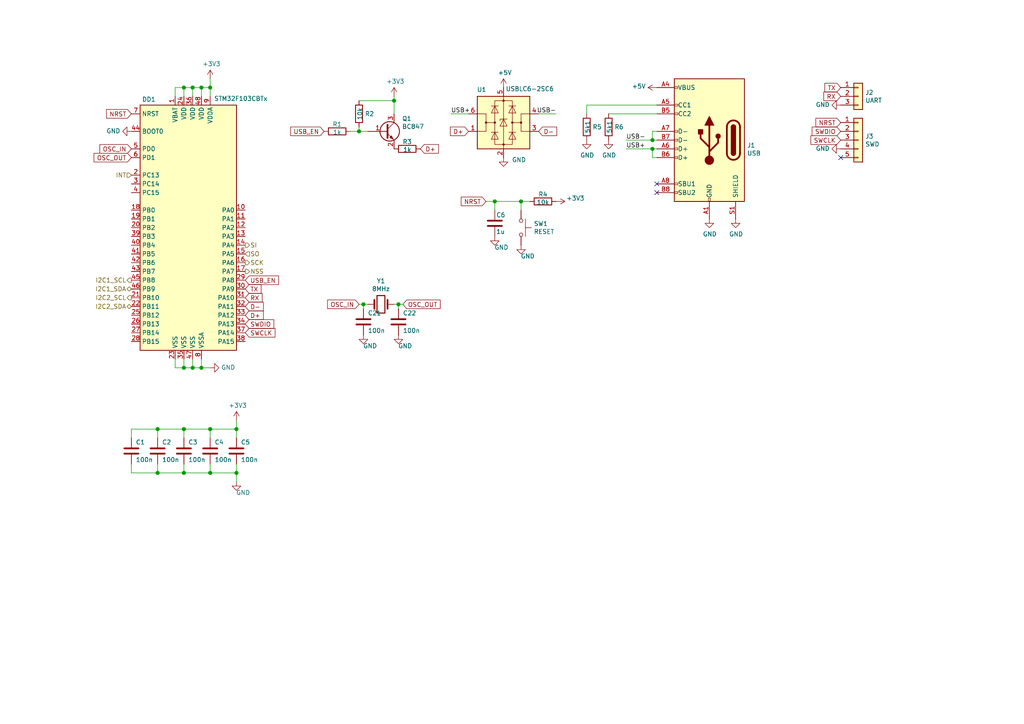
<source format=kicad_sch>
(kicad_sch (version 20200828) (generator eeschema)
  (page 2 4)
  (paper "A4")
  (lib_symbols
    (symbol "Connector:USB_C_Receptacle_USB2.0" (pin_names (offset 1.016))
      (property "Reference" "J" (at -10.16 19.05 0))
      (property "Value" "USB_C_Receptacle_USB2.0" (at 19.05 19.05 0))
      (symbol "USB_C_Receptacle_USB2.0_0_1"
        (arc (start -8.89 -3.81) (end -5.08 -3.81) (radius (at -6.985 -3.81) (length 1.905) (angles -179.9 -0.1)) (stroke (width 0.508)))
        (arc (start -7.62 -3.81) (end -6.35 -3.81) (radius (at -6.985 -3.81) (length 0.635) (angles -179.9 -0.1)) (stroke (width 0.254)))
        (arc (start -7.62 -3.81) (end -6.35 -3.81) (radius (at -6.985 -3.81) (length 0.635) (angles -179.9 -0.1)) (stroke (width 0.254)) (fill (type outline)))
        (arc (start -6.35 3.81) (end -7.62 3.81) (radius (at -6.985 3.81) (length 0.635) (angles 0.1 179.9)) (stroke (width 0.254)) (fill (type outline)))
        (arc (start -6.35 3.81) (end -7.62 3.81) (radius (at -6.985 3.81) (length 0.635) (angles 0.1 179.9)) (stroke (width 0.254)))
        (arc (start -5.08 3.81) (end -8.89 3.81) (radius (at -6.985 3.81) (length 1.905) (angles 0.1 179.9)) (stroke (width 0.508)))
        (circle (center -2.54 1.143) (radius 0.635) (stroke (width 0.254)) (fill (type outline)))
        (circle (center 0 -5.842) (radius 1.27) (fill (type outline)))
        (rectangle (start -10.16 17.78) (end 10.16 -17.78) (stroke (width 0.254)) (fill (type background)))
        (rectangle (start -7.62 -3.81) (end -6.35 3.81) (stroke (width 0.254)) (fill (type outline)))
        (rectangle (start 1.905 1.778) (end 3.175 3.048) (stroke (width 0.254)) (fill (type outline)))
        (polyline (pts (xy -8.89 -3.81) (xy -8.89 3.81)) (stroke (width 0.508)))
        (polyline (pts (xy -5.08 3.81) (xy -5.08 -3.81)) (stroke (width 0.508)))
        (polyline (pts (xy 0 -5.842) (xy 0 4.318)) (stroke (width 0.508)))
        (polyline (pts (xy 0 -3.302) (xy -2.54 -0.762) (xy -2.54 0.508)) (stroke (width 0.508)))
        (polyline (pts (xy 0 -2.032) (xy 2.54 0.508) (xy 2.54 1.778)) (stroke (width 0.508)))
        (polyline (pts (xy -1.27 4.318) (xy 0 6.858) (xy 1.27 4.318) (xy -1.27 4.318)) (stroke (width 0.254)) (fill (type outline)))
      )
      (symbol "USB_C_Receptacle_USB2.0_0_0"
        (rectangle (start -0.254 -17.78) (end 0.254 -16.764))
        (rectangle (start 10.16 -14.986) (end 9.144 -15.494))
        (rectangle (start 10.16 -12.446) (end 9.144 -12.954))
        (rectangle (start 10.16 -4.826) (end 9.144 -5.334))
        (rectangle (start 10.16 -2.286) (end 9.144 -2.794))
        (rectangle (start 10.16 0.254) (end 9.144 -0.254))
        (rectangle (start 10.16 2.794) (end 9.144 2.286))
        (rectangle (start 10.16 7.874) (end 9.144 7.366))
        (rectangle (start 10.16 10.414) (end 9.144 9.906))
        (rectangle (start 10.16 15.494) (end 9.144 14.986))
      )
      (symbol "USB_C_Receptacle_USB2.0_1_1"
        (pin power_in line (at 0 -22.86 90) (length 5.08) (name "GND") (number "A1"))
        (pin passive line (at 0 -22.86 90) (length 5.08) hide (name "GND") (number "A12"))
        (pin power_in line (at 15.24 15.24 180) (length 5.08) (name "VBUS") (number "A4"))
        (pin bidirectional line (at 15.24 10.16 180) (length 5.08) (name "CC1") (number "A5"))
        (pin bidirectional line (at 15.24 -2.54 180) (length 5.08) (name "D+") (number "A6"))
        (pin bidirectional line (at 15.24 2.54 180) (length 5.08) (name "D-") (number "A7"))
        (pin bidirectional line (at 15.24 -12.7 180) (length 5.08) (name "SBU1") (number "A8"))
        (pin passive line (at 15.24 15.24 180) (length 5.08) hide (name "VBUS") (number "A9"))
        (pin passive line (at 0 -22.86 90) (length 5.08) hide (name "GND") (number "B1"))
        (pin passive line (at 0 -22.86 90) (length 5.08) hide (name "GND") (number "B12"))
        (pin passive line (at 15.24 15.24 180) (length 5.08) hide (name "VBUS") (number "B4"))
        (pin bidirectional line (at 15.24 7.62 180) (length 5.08) (name "CC2") (number "B5"))
        (pin bidirectional line (at 15.24 -5.08 180) (length 5.08) (name "D+") (number "B6"))
        (pin bidirectional line (at 15.24 0 180) (length 5.08) (name "D-") (number "B7"))
        (pin bidirectional line (at 15.24 -15.24 180) (length 5.08) (name "SBU2") (number "B8"))
        (pin passive line (at 15.24 15.24 180) (length 5.08) hide (name "VBUS") (number "B9"))
        (pin passive line (at -7.62 -22.86 90) (length 5.08) (name "SHIELD") (number "S1"))
      )
    )
    (symbol "Connector_Generic:Conn_01x03" (pin_names (offset 1.016) hide)
      (property "Reference" "J" (at 0 5.08 0))
      (property "Value" "Conn_01x03" (at 0 -5.08 0))
      (symbol "Conn_01x03_1_1"
        (rectangle (start -1.27 -2.413) (end 0 -2.667) (stroke (width 0.1524)))
        (rectangle (start -1.27 2.667) (end 0 2.413) (stroke (width 0.1524)))
        (rectangle (start -1.27 3.81) (end 1.27 -3.81) (stroke (width 0.254)) (fill (type background)))
        (rectangle (start -1.27 0.127) (end 0 -0.127) (stroke (width 0.1524)))
        (pin passive line (at -5.08 2.54 0) (length 3.81) (name "Pin_1") (number "1"))
        (pin passive line (at -5.08 0 0) (length 3.81) (name "Pin_2") (number "2"))
        (pin passive line (at -5.08 -2.54 0) (length 3.81) (name "Pin_3") (number "3"))
      )
    )
    (symbol "Connector_Generic:Conn_01x05" (pin_names (offset 1.016) hide)
      (property "Reference" "J" (at 0 7.62 0))
      (property "Value" "Conn_01x05" (at 0 -7.62 0))
      (symbol "Conn_01x05_1_1"
        (rectangle (start -1.27 -4.953) (end 0 -5.207) (stroke (width 0.1524)))
        (rectangle (start -1.27 -2.413) (end 0 -2.667) (stroke (width 0.1524)))
        (rectangle (start -1.27 2.667) (end 0 2.413) (stroke (width 0.1524)))
        (rectangle (start -1.27 5.207) (end 0 4.953) (stroke (width 0.1524)))
        (rectangle (start -1.27 6.35) (end 1.27 -6.35) (stroke (width 0.254)) (fill (type background)))
        (rectangle (start -1.27 0.127) (end 0 -0.127) (stroke (width 0.1524)))
        (pin passive line (at -5.08 5.08 0) (length 3.81) (name "Pin_1") (number "1"))
        (pin passive line (at -5.08 2.54 0) (length 3.81) (name "Pin_2") (number "2"))
        (pin passive line (at -5.08 0 0) (length 3.81) (name "Pin_3") (number "3"))
        (pin passive line (at -5.08 -2.54 0) (length 3.81) (name "Pin_4") (number "4"))
        (pin passive line (at -5.08 -5.08 0) (length 3.81) (name "Pin_5") (number "5"))
      )
    )
    (symbol "Device:C" (pin_numbers hide) (pin_names (offset 0.254))
      (property "Reference" "C" (at 0.635 2.54 0))
      (property "Value" "C" (at 0.635 -2.54 0))
      (symbol "C_0_1"
        (polyline (pts (xy -2.032 -0.762) (xy 2.032 -0.762)) (stroke (width 0.508)))
        (polyline (pts (xy -2.032 0.762) (xy 2.032 0.762)) (stroke (width 0.508)))
      )
      (symbol "C_1_1"
        (pin passive line (at 0 3.81 270) (length 2.794) (name "~") (number "1"))
        (pin passive line (at 0 -3.81 90) (length 2.794) (name "~") (number "2"))
      )
    )
    (symbol "Device:Crystal" (pin_numbers hide) (pin_names (offset 1.016) hide)
      (property "Reference" "Y" (at 0 3.81 0))
      (property "Value" "Crystal" (at 0 -3.81 0))
      (symbol "Crystal_0_1"
        (rectangle (start -1.143 2.54) (end 1.143 -2.54) (stroke (width 0.3048)))
        (polyline (pts (xy -2.54 0) (xy -1.905 0)))
        (polyline (pts (xy -1.905 -1.27) (xy -1.905 1.27)) (stroke (width 0.508)))
        (polyline (pts (xy 1.905 -1.27) (xy 1.905 1.27)) (stroke (width 0.508)))
        (polyline (pts (xy 2.54 0) (xy 1.905 0)))
      )
      (symbol "Crystal_1_1"
        (pin passive line (at -3.81 0 0) (length 1.27) (name "1") (number "1"))
        (pin passive line (at 3.81 0 180) (length 1.27) (name "2") (number "2"))
      )
    )
    (symbol "Device:R" (pin_numbers hide) (pin_names (offset 0))
      (property "Reference" "R" (at 2.032 0 90))
      (property "Value" "R" (at 0 0 90))
      (symbol "R_0_1"
        (rectangle (start -1.016 -2.54) (end 1.016 2.54) (stroke (width 0.254)))
      )
      (symbol "R_1_1"
        (pin passive line (at 0 3.81 270) (length 1.27) (name "~") (number "1"))
        (pin passive line (at 0 -3.81 90) (length 1.27) (name "~") (number "2"))
      )
    )
    (symbol "MCU_ST_STM32F1:STM32F103CBTx"
      (property "Reference" "U" (at -15.24 36.83 0))
      (property "Value" "STM32F103CBTx" (at 7.62 36.83 0))
      (symbol "STM32F103CBTx_0_1"
        (rectangle (start -15.24 -35.56) (end 12.7 35.56) (stroke (width 0.254)) (fill (type background)))
      )
      (symbol "STM32F103CBTx_1_1"
        (pin input line (at -17.78 27.94 0) (length 2.54) (name "BOOT0") (number "44"))
        (pin input line (at -17.78 33.02 0) (length 2.54) (name "NRST") (number "7"))
        (pin bidirectional line (at 15.24 5.08 180) (length 2.54) (name "PA0") (number "10"))
        (pin bidirectional line (at 15.24 2.54 180) (length 2.54) (name "PA1") (number "11"))
        (pin bidirectional line (at 15.24 -20.32 180) (length 2.54) (name "PA10") (number "31"))
        (pin bidirectional line (at 15.24 -22.86 180) (length 2.54) (name "PA11") (number "32"))
        (pin bidirectional line (at 15.24 -25.4 180) (length 2.54) (name "PA12") (number "33"))
        (pin bidirectional line (at 15.24 -27.94 180) (length 2.54) (name "PA13") (number "34"))
        (pin bidirectional line (at 15.24 -30.48 180) (length 2.54) (name "PA14") (number "37"))
        (pin bidirectional line (at 15.24 -33.02 180) (length 2.54) (name "PA15") (number "38"))
        (pin bidirectional line (at 15.24 0 180) (length 2.54) (name "PA2") (number "12"))
        (pin bidirectional line (at 15.24 -2.54 180) (length 2.54) (name "PA3") (number "13"))
        (pin bidirectional line (at 15.24 -5.08 180) (length 2.54) (name "PA4") (number "14"))
        (pin bidirectional line (at 15.24 -7.62 180) (length 2.54) (name "PA5") (number "15"))
        (pin bidirectional line (at 15.24 -10.16 180) (length 2.54) (name "PA6") (number "16"))
        (pin bidirectional line (at 15.24 -12.7 180) (length 2.54) (name "PA7") (number "17"))
        (pin bidirectional line (at 15.24 -15.24 180) (length 2.54) (name "PA8") (number "29"))
        (pin bidirectional line (at 15.24 -17.78 180) (length 2.54) (name "PA9") (number "30"))
        (pin bidirectional line (at -17.78 5.08 0) (length 2.54) (name "PB0") (number "18"))
        (pin bidirectional line (at -17.78 2.54 0) (length 2.54) (name "PB1") (number "19"))
        (pin bidirectional line (at -17.78 -20.32 0) (length 2.54) (name "PB10") (number "21"))
        (pin bidirectional line (at -17.78 -22.86 0) (length 2.54) (name "PB11") (number "22"))
        (pin bidirectional line (at -17.78 -25.4 0) (length 2.54) (name "PB12") (number "25"))
        (pin bidirectional line (at -17.78 -27.94 0) (length 2.54) (name "PB13") (number "26"))
        (pin bidirectional line (at -17.78 -30.48 0) (length 2.54) (name "PB14") (number "27"))
        (pin bidirectional line (at -17.78 -33.02 0) (length 2.54) (name "PB15") (number "28"))
        (pin bidirectional line (at -17.78 0 0) (length 2.54) (name "PB2") (number "20"))
        (pin bidirectional line (at -17.78 -2.54 0) (length 2.54) (name "PB3") (number "39"))
        (pin bidirectional line (at -17.78 -5.08 0) (length 2.54) (name "PB4") (number "40"))
        (pin bidirectional line (at -17.78 -7.62 0) (length 2.54) (name "PB5") (number "41"))
        (pin bidirectional line (at -17.78 -10.16 0) (length 2.54) (name "PB6") (number "42"))
        (pin bidirectional line (at -17.78 -12.7 0) (length 2.54) (name "PB7") (number "43"))
        (pin bidirectional line (at -17.78 -15.24 0) (length 2.54) (name "PB8") (number "45"))
        (pin bidirectional line (at -17.78 -17.78 0) (length 2.54) (name "PB9") (number "46"))
        (pin bidirectional line (at -17.78 15.24 0) (length 2.54) (name "PC13") (number "2"))
        (pin bidirectional line (at -17.78 12.7 0) (length 2.54) (name "PC14") (number "3"))
        (pin bidirectional line (at -17.78 10.16 0) (length 2.54) (name "PC15") (number "4"))
        (pin input line (at -17.78 22.86 0) (length 2.54) (name "PD0") (number "5"))
        (pin input line (at -17.78 20.32 0) (length 2.54) (name "PD1") (number "6"))
        (pin power_in line (at -5.08 38.1 270) (length 2.54) (name "VBAT") (number "1"))
        (pin power_in line (at -2.54 38.1 270) (length 2.54) (name "VDD") (number "24"))
        (pin power_in line (at 0 38.1 270) (length 2.54) (name "VDD") (number "36"))
        (pin power_in line (at 2.54 38.1 270) (length 2.54) (name "VDD") (number "48"))
        (pin power_in line (at 5.08 38.1 270) (length 2.54) (name "VDDA") (number "9"))
        (pin power_in line (at -5.08 -38.1 90) (length 2.54) (name "VSS") (number "23"))
        (pin power_in line (at -2.54 -38.1 90) (length 2.54) (name "VSS") (number "35"))
        (pin power_in line (at 0 -38.1 90) (length 2.54) (name "VSS") (number "47"))
        (pin power_in line (at 2.54 -38.1 90) (length 2.54) (name "VSSA") (number "8"))
      )
    )
    (symbol "Power_Protection:USBLC6-2SC6" (pin_names hide)
      (property "Reference" "U" (at 2.54 8.89 0))
      (property "Value" "USBLC6-2SC6" (at 2.54 -8.89 0))
      (symbol "USBLC6-2SC6_0_1"
        (circle (center -5.08 0) (radius 0.254) (fill (type outline)))
        (circle (center -2.54 0) (radius 0.254) (fill (type outline)))
        (circle (center 0 -6.35) (radius 0.254) (fill (type outline)))
        (circle (center 0 6.35) (radius 0.254) (fill (type outline)))
        (circle (center 2.54 0) (radius 0.254) (fill (type outline)))
        (circle (center 5.08 0) (radius 0.254) (fill (type outline)))
        (rectangle (start -7.62 -7.62) (end 7.62 7.62) (stroke (width 0.254)) (fill (type background)))
        (rectangle (start -2.54 6.35) (end 2.54 -6.35))
        (polyline (pts (xy -5.08 -2.54) (xy -7.62 -2.54)))
        (polyline (pts (xy -5.08 0) (xy -5.08 -2.54)))
        (polyline (pts (xy -5.08 2.54) (xy -7.62 2.54)))
        (polyline (pts (xy -1.524 -2.794) (xy -3.556 -2.794)))
        (polyline (pts (xy -1.524 4.826) (xy -3.556 4.826)))
        (polyline (pts (xy 0 -7.62) (xy 0 -6.35)))
        (polyline (pts (xy 0 -6.35) (xy 0 1.27)))
        (polyline (pts (xy 0 1.27) (xy 0 6.35)))
        (polyline (pts (xy 0 6.35) (xy 0 7.62)))
        (polyline (pts (xy 1.524 -2.794) (xy 3.556 -2.794)))
        (polyline (pts (xy 1.524 4.826) (xy 3.556 4.826)))
        (polyline (pts (xy 5.08 -2.54) (xy 7.62 -2.54)))
        (polyline (pts (xy 5.08 0) (xy 5.08 -2.54)))
        (polyline (pts (xy 5.08 2.54) (xy 7.62 2.54)))
        (polyline (pts (xy -2.54 0) (xy -5.08 0) (xy -5.08 2.54)))
        (polyline (pts (xy 2.54 0) (xy 5.08 0) (xy 5.08 2.54)))
        (polyline (pts (xy -3.556 -4.826) (xy -1.524 -4.826) (xy -2.54 -2.794) (xy -3.556 -4.826)))
        (polyline (pts (xy -3.556 2.794) (xy -1.524 2.794) (xy -2.54 4.826) (xy -3.556 2.794)))
        (polyline (pts (xy -1.016 -1.016) (xy 1.016 -1.016) (xy 0 1.016) (xy -1.016 -1.016)))
        (polyline (pts (xy 1.016 1.016) (xy 0.762 1.016) (xy -1.016 1.016) (xy -1.016 0.508)))
        (polyline (pts (xy 3.556 -4.826) (xy 1.524 -4.826) (xy 2.54 -2.794) (xy 3.556 -4.826)))
        (polyline (pts (xy 3.556 2.794) (xy 1.524 2.794) (xy 2.54 4.826) (xy 3.556 2.794)))
      )
      (symbol "USBLC6-2SC6_1_1"
        (pin passive line (at -10.16 -2.54 0) (length 2.54) (name "I/O1") (number "1"))
        (pin passive line (at 0 -10.16 90) (length 2.54) (name "GND") (number "2"))
        (pin passive line (at 10.16 -2.54 180) (length 2.54) (name "I/O2") (number "3"))
        (pin passive line (at 10.16 2.54 180) (length 2.54) (name "I/O2") (number "4"))
        (pin passive line (at 0 10.16 270) (length 2.54) (name "VBUS") (number "5"))
        (pin passive line (at -10.16 2.54 0) (length 2.54) (name "I/O1") (number "6"))
      )
    )
    (symbol "Switch:SW_Push" (pin_numbers hide) (pin_names (offset 1.016) hide)
      (property "Reference" "SW" (at 1.27 2.54 0))
      (property "Value" "SW_Push" (at 0 -1.524 0))
      (symbol "SW_Push_0_1"
        (circle (center -2.032 0) (radius 0.508))
        (circle (center 2.032 0) (radius 0.508))
        (polyline (pts (xy 0 1.27) (xy 0 3.048)))
        (polyline (pts (xy 2.54 1.27) (xy -2.54 1.27)))
        (pin passive line (at -5.08 0 0) (length 2.54) (name "1") (number "1"))
        (pin passive line (at 5.08 0 180) (length 2.54) (name "2") (number "2"))
      )
    )
    (symbol "Transistor_BJT:BC847" (pin_names (offset 0) hide)
      (property "Reference" "Q" (at 5.08 1.905 0))
      (property "Value" "BC847" (at 5.08 0 0))
      (symbol "BC847_0_1"
        (circle (center 1.27 0) (radius 2.8194) (stroke (width 0.254)))
        (polyline (pts (xy 0.635 0.635) (xy 2.54 2.54)))
        (polyline (pts (xy 0.635 -0.635) (xy 2.54 -2.54) (xy 2.54 -2.54)))
        (polyline (pts (xy 0.635 1.905) (xy 0.635 -1.905) (xy 0.635 -1.905)) (stroke (width 0.508)))
        (polyline (pts (xy 1.27 -1.778) (xy 1.778 -1.27) (xy 2.286 -2.286) (xy 1.27 -1.778) (xy 1.27 -1.778)) (fill (type outline)))
      )
      (symbol "BC847_1_1"
        (pin input line (at -5.08 0 0) (length 5.715) (name "B") (number "1"))
        (pin passive line (at 2.54 -5.08 90) (length 2.54) (name "E") (number "2"))
        (pin passive line (at 2.54 5.08 270) (length 2.54) (name "C") (number "3"))
      )
    )
    (symbol "power:+3V3" (power) (pin_names (offset 0))
      (property "Value" "+3V3" (at 0 3.556 0))
      (symbol "+3V3_0_1"
        (polyline (pts (xy -0.762 1.27) (xy 0 2.54)))
        (polyline (pts (xy 0 0) (xy 0 2.54)))
        (polyline (pts (xy 0 2.54) (xy 0.762 1.27)))
      )
      (symbol "+3V3_1_1"
        (pin power_in line (at 0 0 90) (length 0) hide (name "+3V3") (number "1"))
      )
    )
    (symbol "power:+5V" (power) (pin_names (offset 0))
      (property "Value" "+5V" (at 0 3.556 0))
      (symbol "+5V_0_1"
        (polyline (pts (xy -0.762 1.27) (xy 0 2.54)))
        (polyline (pts (xy 0 0) (xy 0 2.54)))
        (polyline (pts (xy 0 2.54) (xy 0.762 1.27)))
      )
      (symbol "+5V_1_1"
        (pin power_in line (at 0 0 90) (length 0) hide (name "+5V") (number "1"))
      )
    )
    (symbol "power:GND" (power) (pin_names (offset 0))
      (property "Value" "GND" (at 0 -3.81 0))
      (symbol "GND_0_1"
        (polyline (pts (xy 0 0) (xy 0 -1.27) (xy 1.27 -1.27) (xy 0 -2.54) (xy -1.27 -1.27) (xy 0 -1.27)))
      )
      (symbol "GND_1_1"
        (pin power_in line (at 0 0 270) (length 0) hide (name "GND") (number "1"))
      )
    )
  )
  (junction (at 45.72 124.46) (diameter 1.016))
  (junction (at 45.72 137.16) (diameter 1.016))
  (junction (at 53.34 25.4) (diameter 1.016))
  (junction (at 53.34 106.68) (diameter 1.016))
  (junction (at 53.34 124.46) (diameter 1.016))
  (junction (at 53.34 137.16) (diameter 1.016))
  (junction (at 55.88 25.4) (diameter 1.016))
  (junction (at 55.88 106.68) (diameter 1.016))
  (junction (at 58.42 25.4) (diameter 1.016))
  (junction (at 58.42 106.68) (diameter 1.016))
  (junction (at 60.96 25.4) (diameter 1.016))
  (junction (at 60.96 124.46) (diameter 1.016))
  (junction (at 60.96 137.16) (diameter 1.016))
  (junction (at 68.58 124.46) (diameter 1.016))
  (junction (at 68.58 137.16) (diameter 1.016))
  (junction (at 104.14 38.1) (diameter 1.016))
  (junction (at 105.41 88.265) (diameter 1.016))
  (junction (at 114.3 29.21) (diameter 1.016))
  (junction (at 115.57 88.265) (diameter 1.016))
  (junction (at 143.51 58.42) (diameter 1.016))
  (junction (at 151.13 58.42) (diameter 1.016))
  (junction (at 189.23 40.64) (diameter 1.016))
  (junction (at 189.23 43.18) (diameter 1.016))
  (no_connect (at 243.84 45.72))
  (no_connect (at 190.5 55.88))
  (no_connect (at 190.5 53.34))
  (wire (pts (xy 38.1 124.46) (xy 38.1 127)))
  (wire (pts (xy 38.1 137.16) (xy 38.1 134.62)))
  (wire (pts (xy 45.72 124.46) (xy 38.1 124.46)))
  (wire (pts (xy 45.72 124.46) (xy 45.72 127)))
  (wire (pts (xy 45.72 134.62) (xy 45.72 137.16)))
  (wire (pts (xy 45.72 137.16) (xy 38.1 137.16)))
  (wire (pts (xy 50.8 25.4) (xy 53.34 25.4)))
  (wire (pts (xy 50.8 27.94) (xy 50.8 25.4)))
  (wire (pts (xy 50.8 106.68) (xy 50.8 104.14)))
  (wire (pts (xy 53.34 25.4) (xy 53.34 27.94)))
  (wire (pts (xy 53.34 25.4) (xy 55.88 25.4)))
  (wire (pts (xy 53.34 104.14) (xy 53.34 106.68)))
  (wire (pts (xy 53.34 106.68) (xy 50.8 106.68)))
  (wire (pts (xy 53.34 124.46) (xy 45.72 124.46)))
  (wire (pts (xy 53.34 124.46) (xy 53.34 127)))
  (wire (pts (xy 53.34 134.62) (xy 53.34 137.16)))
  (wire (pts (xy 53.34 137.16) (xy 45.72 137.16)))
  (wire (pts (xy 55.88 25.4) (xy 55.88 27.94)))
  (wire (pts (xy 55.88 25.4) (xy 58.42 25.4)))
  (wire (pts (xy 55.88 104.14) (xy 55.88 106.68)))
  (wire (pts (xy 55.88 106.68) (xy 53.34 106.68)))
  (wire (pts (xy 58.42 25.4) (xy 58.42 27.94)))
  (wire (pts (xy 58.42 25.4) (xy 60.96 25.4)))
  (wire (pts (xy 58.42 104.14) (xy 58.42 106.68)))
  (wire (pts (xy 58.42 106.68) (xy 55.88 106.68)))
  (wire (pts (xy 60.96 22.86) (xy 60.96 25.4)))
  (wire (pts (xy 60.96 25.4) (xy 60.96 27.94)))
  (wire (pts (xy 60.96 106.68) (xy 58.42 106.68)))
  (wire (pts (xy 60.96 124.46) (xy 53.34 124.46)))
  (wire (pts (xy 60.96 124.46) (xy 60.96 127)))
  (wire (pts (xy 60.96 134.62) (xy 60.96 137.16)))
  (wire (pts (xy 60.96 137.16) (xy 53.34 137.16)))
  (wire (pts (xy 68.58 121.92) (xy 68.58 124.46)))
  (wire (pts (xy 68.58 124.46) (xy 60.96 124.46)))
  (wire (pts (xy 68.58 124.46) (xy 68.58 127)))
  (wire (pts (xy 68.58 134.62) (xy 68.58 137.16)))
  (wire (pts (xy 68.58 137.16) (xy 60.96 137.16)))
  (wire (pts (xy 68.58 137.16) (xy 68.58 139.7)))
  (wire (pts (xy 101.6 38.1) (xy 104.14 38.1)))
  (wire (pts (xy 104.14 29.21) (xy 114.3 29.21)))
  (wire (pts (xy 104.14 36.83) (xy 104.14 38.1)))
  (wire (pts (xy 104.14 38.1) (xy 106.68 38.1)))
  (wire (pts (xy 104.14 88.265) (xy 105.41 88.265)))
  (wire (pts (xy 105.41 88.265) (xy 105.41 89.535)))
  (wire (pts (xy 105.41 88.265) (xy 106.68 88.265)))
  (wire (pts (xy 114.3 29.21) (xy 114.3 27.94)))
  (wire (pts (xy 114.3 29.21) (xy 114.3 33.02)))
  (wire (pts (xy 114.3 88.265) (xy 115.57 88.265)))
  (wire (pts (xy 115.57 88.265) (xy 115.57 89.535)))
  (wire (pts (xy 115.57 88.265) (xy 116.84 88.265)))
  (wire (pts (xy 135.89 33.02) (xy 130.81 33.02)))
  (wire (pts (xy 140.97 58.42) (xy 143.51 58.42)))
  (wire (pts (xy 143.51 58.42) (xy 143.51 60.96)))
  (wire (pts (xy 143.51 58.42) (xy 151.13 58.42)))
  (wire (pts (xy 151.13 58.42) (xy 151.13 60.96)))
  (wire (pts (xy 151.13 58.42) (xy 153.67 58.42)))
  (wire (pts (xy 156.21 33.02) (xy 161.29 33.02)))
  (wire (pts (xy 170.18 30.48) (xy 170.18 33.02)))
  (wire (pts (xy 176.53 33.02) (xy 190.5 33.02)))
  (wire (pts (xy 181.61 40.64) (xy 189.23 40.64)))
  (wire (pts (xy 181.61 43.18) (xy 189.23 43.18)))
  (wire (pts (xy 189.23 38.1) (xy 189.23 40.64)))
  (wire (pts (xy 189.23 40.64) (xy 190.5 40.64)))
  (wire (pts (xy 189.23 43.18) (xy 189.23 45.72)))
  (wire (pts (xy 189.23 45.72) (xy 190.5 45.72)))
  (wire (pts (xy 190.5 30.48) (xy 170.18 30.48)))
  (wire (pts (xy 190.5 38.1) (xy 189.23 38.1)))
  (wire (pts (xy 190.5 43.18) (xy 189.23 43.18)))
  (label "USB+" (at 130.81 33.02 0))
  (label "USB-" (at 161.29 33.02 180))
  (label "USB-" (at 181.61 40.64 0))
  (label "USB+" (at 181.61 43.18 0))
  (global_label "NRST" (shape input) (at 38.1 33.02 180))
  (global_label "OSC_IN" (shape input) (at 38.1 43.18 180))
  (global_label "OSC_OUT" (shape input) (at 38.1 45.72 180))
  (global_label "USB_EN" (shape input) (at 71.12 81.28 0))
  (global_label "TX" (shape input) (at 71.12 83.82 0))
  (global_label "RX" (shape input) (at 71.12 86.36 0))
  (global_label "D-" (shape input) (at 71.12 88.9 0))
  (global_label "D+" (shape input) (at 71.12 91.44 0))
  (global_label "SWDIO" (shape input) (at 71.12 93.98 0))
  (global_label "SWCLK" (shape input) (at 71.12 96.52 0))
  (global_label "USB_EN" (shape input) (at 93.98 38.1 180))
  (global_label "OSC_IN" (shape input) (at 104.14 88.265 180))
  (global_label "OSC_OUT" (shape input) (at 116.84 88.265 0))
  (global_label "D+" (shape input) (at 121.92 43.18 0))
  (global_label "D+" (shape input) (at 135.89 38.1 180))
  (global_label "NRST" (shape input) (at 140.97 58.42 180))
  (global_label "D-" (shape input) (at 156.21 38.1 0))
  (global_label "TX" (shape input) (at 243.84 25.4 180))
  (global_label "RX" (shape input) (at 243.84 27.94 180))
  (global_label "NRST" (shape input) (at 243.84 35.56 180))
  (global_label "SWDIO" (shape input) (at 243.84 38.1 180))
  (global_label "SWCLK" (shape input) (at 243.84 40.64 180))
  (hierarchical_label "INT" (shape input) (at 38.1 50.8 180))
  (hierarchical_label "I2C1_SCL" (shape output) (at 38.1 81.28 180))
  (hierarchical_label "I2C1_SDA" (shape bidirectional) (at 38.1 83.82 180))
  (hierarchical_label "I2C2_SCL" (shape output) (at 38.1 86.36 180))
  (hierarchical_label "I2C2_SDA" (shape bidirectional) (at 38.1 88.9 180))
  (hierarchical_label "SI" (shape output) (at 71.12 71.12 0))
  (hierarchical_label "SO" (shape input) (at 71.12 73.66 0))
  (hierarchical_label "SCK" (shape output) (at 71.12 76.2 0))
  (hierarchical_label "NSS" (shape output) (at 71.12 78.74 0))
  (symbol (lib_id "power:+3V3") (at 60.96 22.86 0) (unit 1)
    (property "Reference" "#PWR01" (effects hide))
    (property "Value" "+3V3" (at 61.3283 18.5356 0))
  )
  (symbol (lib_id "power:+3V3") (at 68.58 121.92 0) (unit 1)
    (property "Reference" "#PWR017" (effects hide))
    (property "Value" "+3V3" (at 68.9483 117.5956 0))
  )
  (symbol (lib_id "power:+3V3") (at 114.3 27.94 0) (unit 1)
    (property "Reference" "#PWR04" (effects hide))
    (property "Value" "+3V3" (at 114.6683 23.6156 0))
  )
  (symbol (lib_id "power:+5V") (at 146.05 25.4 0) (unit 1)
    (property "Reference" "#PWR02" (effects hide))
    (property "Value" "+5V" (at 146.4183 21.0756 0))
  )
  (symbol (lib_id "power:+3V3") (at 161.29 58.42 270) (unit 1)
    (property "Reference" "#PWR011" (effects hide))
    (property "Value" "+3V3" (at 166.8844 57.5183 90))
  )
  (symbol (lib_id "power:+5V") (at 190.5 25.4 90) (unit 1)
    (property "Reference" "#PWR03" (effects hide))
    (property "Value" "+5V" (at 187.325 25.0317 90) (effects (justify left)))
  )
  (symbol (lib_id "power:GND") (at 38.1 38.1 270) (mirror x) (unit 1)
    (property "Reference" "#PWR06" (effects hide))
    (property "Value" "GND" (at 34.9249 37.9857 90) (effects (justify right)))
  )
  (symbol (lib_id "power:GND") (at 60.96 106.68 90) (unit 1)
    (property "Reference" "#PWR016" (effects hide))
    (property "Value" "GND" (at 64.1351 106.5657 90) (effects (justify right)))
  )
  (symbol (lib_id "power:GND") (at 68.58 139.7 0) (mirror y) (unit 1)
    (property "Reference" "#PWR018" (effects hide))
    (property "Value" "GND" (at 68.4657 142.8751 0) (effects (justify right)))
  )
  (symbol (lib_id "power:GND") (at 105.41 97.155 0) (mirror y) (unit 1)
    (property "Reference" "#PWR079" (effects hide))
    (property "Value" "GND" (at 105.2957 100.3301 0) (effects (justify right)))
  )
  (symbol (lib_id "power:GND") (at 115.57 97.155 0) (mirror y) (unit 1)
    (property "Reference" "#PWR080" (effects hide))
    (property "Value" "GND" (at 115.4557 100.3301 0) (effects (justify right)))
  )
  (symbol (lib_id "power:GND") (at 143.51 68.58 0) (mirror y) (unit 1)
    (property "Reference" "#PWR014" (effects hide))
    (property "Value" "GND" (at 143.3957 71.7551 0) (effects (justify right)))
  )
  (symbol (lib_id "power:GND") (at 146.05 45.72 0) (mirror y) (unit 1)
    (property "Reference" "#PWR010" (effects hide))
    (property "Value" "GND" (at 148.4757 46.3551 0) (effects (justify right)))
  )
  (symbol (lib_id "power:GND") (at 151.13 71.12 0) (mirror y) (unit 1)
    (property "Reference" "#PWR015" (effects hide))
    (property "Value" "GND" (at 151.0157 74.2951 0) (effects (justify right)))
  )
  (symbol (lib_id "power:GND") (at 170.18 40.64 0) (unit 1)
    (property "Reference" "#PWR07" (effects hide))
    (property "Value" "GND" (at 170.307 45.0342 0))
  )
  (symbol (lib_id "power:GND") (at 176.53 40.64 0) (unit 1)
    (property "Reference" "#PWR08" (effects hide))
    (property "Value" "GND" (at 176.657 45.0342 0))
  )
  (symbol (lib_id "power:GND") (at 205.74 63.5 0) (unit 1)
    (property "Reference" "#PWR012" (effects hide))
    (property "Value" "GND" (at 205.867 67.8942 0))
  )
  (symbol (lib_id "power:GND") (at 213.36 63.5 0) (unit 1)
    (property "Reference" "#PWR013" (effects hide))
    (property "Value" "GND" (at 213.487 67.8942 0))
  )
  (symbol (lib_id "power:GND") (at 243.84 30.48 270) (mirror x) (unit 1)
    (property "Reference" "#PWR05" (effects hide))
    (property "Value" "GND" (at 240.6649 30.3657 90) (effects (justify right)))
  )
  (symbol (lib_id "power:GND") (at 243.84 43.18 270) (mirror x) (unit 1)
    (property "Reference" "#PWR09" (effects hide))
    (property "Value" "GND" (at 240.6649 43.0657 90) (effects (justify right)))
  )
  (symbol (lib_id "Device:R") (at 97.79 38.1 90) (unit 1)
    (property "Reference" "R1" (at 97.79 36.0488 90))
    (property "Value" "1k" (at 97.79 38.3475 90))
    (property "Footprint" "Resistor_SMD:R_0603_1608Metric" (effects hide))
  )
  (symbol (lib_id "Device:R") (at 104.14 33.02 180) (unit 1)
    (property "Reference" "R2" (at 107.1688 33.02 0))
    (property "Value" "10k" (at 104.3875 33.02 90))
    (property "Footprint" "Resistor_SMD:R_0603_1608Metric" (effects hide))
  )
  (symbol (lib_id "Device:R") (at 118.11 43.18 90) (unit 1)
    (property "Reference" "R3" (at 118.11 41.1288 90))
    (property "Value" "1k" (at 118.11 43.4275 90))
    (property "Footprint" "Resistor_SMD:R_0603_1608Metric" (effects hide))
  )
  (symbol (lib_id "Device:R") (at 157.48 58.42 90) (unit 1)
    (property "Reference" "R4" (at 157.48 56.3688 90))
    (property "Value" "10k" (at 157.48 58.6675 90))
    (property "Footprint" "Resistor_SMD:R_0603_1608Metric" (effects hide))
  )
  (symbol (lib_id "Device:R") (at 170.18 36.83 180) (unit 1)
    (property "Reference" "R5" (at 173.2088 36.83 0))
    (property "Value" "5k1" (at 170.4275 36.83 90))
    (property "Footprint" "Resistor_SMD:R_0603_1608Metric" (effects hide))
  )
  (symbol (lib_id "Device:R") (at 176.53 36.83 180) (unit 1)
    (property "Reference" "R6" (at 179.5588 36.83 0))
    (property "Value" "5k1" (at 176.7775 36.83 90))
    (property "Footprint" "Resistor_SMD:R_0603_1608Metric" (effects hide))
  )
  (symbol (lib_id "Device:C") (at 38.1 130.81 0) (unit 1)
    (property "Reference" "C1" (at 39.37 128.27 0) (effects (justify left)))
    (property "Value" "100n" (at 39.37 133.35 0) (effects (justify left)))
    (property "Footprint" "Capacitor_SMD:C_0603_1608Metric" (effects hide))
  )
  (symbol (lib_id "Device:C") (at 45.72 130.81 0) (unit 1)
    (property "Reference" "C2" (at 46.99 128.27 0) (effects (justify left)))
    (property "Value" "100n" (at 46.99 133.35 0) (effects (justify left)))
    (property "Footprint" "Capacitor_SMD:C_0603_1608Metric" (effects hide))
  )
  (symbol (lib_id "Device:C") (at 53.34 130.81 0) (unit 1)
    (property "Reference" "C3" (at 54.61 128.27 0) (effects (justify left)))
    (property "Value" "100n" (at 54.61 133.35 0) (effects (justify left)))
    (property "Footprint" "Capacitor_SMD:C_0603_1608Metric" (effects hide))
  )
  (symbol (lib_id "Device:C") (at 60.96 130.81 0) (unit 1)
    (property "Reference" "C4" (at 62.23 128.27 0) (effects (justify left)))
    (property "Value" "100n" (at 62.23 133.35 0) (effects (justify left)))
    (property "Footprint" "Capacitor_SMD:C_0603_1608Metric" (effects hide))
  )
  (symbol (lib_id "Device:C") (at 68.58 130.81 0) (unit 1)
    (property "Reference" "C5" (at 69.85 128.27 0) (effects (justify left)))
    (property "Value" "100n" (at 69.85 133.35 0) (effects (justify left)))
    (property "Footprint" "Capacitor_SMD:C_0603_1608Metric" (effects hide))
  )
  (symbol (lib_id "Device:C") (at 105.41 93.345 0) (unit 1)
    (property "Reference" "C21" (at 106.68 90.805 0) (effects (justify left)))
    (property "Value" "100n" (at 106.68 95.885 0) (effects (justify left)))
    (property "Footprint" "Capacitor_SMD:C_0603_1608Metric" (effects hide))
  )
  (symbol (lib_id "Device:C") (at 115.57 93.345 0) (unit 1)
    (property "Reference" "C22" (at 116.84 90.805 0) (effects (justify left)))
    (property "Value" "100n" (at 116.84 95.885 0) (effects (justify left)))
    (property "Footprint" "Capacitor_SMD:C_0603_1608Metric" (effects hide))
  )
  (symbol (lib_id "Device:C") (at 143.51 64.77 0) (unit 1)
    (property "Reference" "C6" (at 143.8911 62.3506 0) (effects (justify left)))
    (property "Value" "1u" (at 143.8911 67.1893 0) (effects (justify left)))
    (property "Footprint" "Capacitor_SMD:C_0603_1608Metric" (effects hide))
  )
  (symbol (lib_id "Switch:SW_Push") (at 151.13 66.04 270) (unit 1)
    (property "Reference" "SW1" (at 154.8131 64.8906 90) (effects (justify left)))
    (property "Value" "RESET" (at 154.8131 67.1893 90) (effects (justify left)))
    (property "Footprint" "Button_Switch_SMD:SW_SPST_FSMSM" (effects hide))
  )
  (symbol (lib_id "Device:Crystal") (at 110.49 88.265 0) (unit 1)
    (property "Reference" "Y1" (at 110.49 81.4894 0))
    (property "Value" "8MHz" (at 110.49 83.7881 0))
    (property "Footprint" "Crystal:Crystal_HC49-U_Vertical" (effects hide))
  )
  (symbol (lib_id "Connector_Generic:Conn_01x03") (at 248.92 27.94 0) (unit 1)
    (property "Reference" "J2" (at 250.9521 26.8414 0) (effects (justify left)))
    (property "Value" "UART" (at 250.9521 29.1401 0) (effects (justify left)))
    (property "Footprint" "Connector_PinHeader_2.54mm:PinHeader_1x03_P2.54mm_Vertical" (effects hide))
  )
  (symbol (lib_id "Connector_Generic:Conn_01x05") (at 248.92 40.64 0) (unit 1)
    (property "Reference" "J3" (at 250.9521 39.5414 0) (effects (justify left)))
    (property "Value" "SWD" (at 250.9521 41.8401 0) (effects (justify left)))
    (property "Footprint" "Connector_PinSocket_2.00mm:PinSocket_1x05_P2.00mm_Vertical" (effects hide))
  )
  (symbol (lib_id "Transistor_BJT:BC847") (at 111.76 38.1 0) (unit 1)
    (property "Reference" "Q1" (at 116.6115 34.4106 0) (effects (justify left)))
    (property "Value" "BC847" (at 116.6115 36.7093 0) (effects (justify left)))
    (property "Footprint" "Package_TO_SOT_SMD:SOT-23" (effects hide))
    (property "Datasheet" "http://www.infineon.com/dgdl/Infineon-BC847SERIES_BC848SERIES_BC849SERIES_BC850SERIES-DS-v01_01-en.pdf?fileId=db3a304314dca389011541d4630a1657" (effects hide))
  )
  (symbol (lib_id "Power_Protection:USBLC6-2SC6") (at 146.05 35.56 0) (unit 1)
    (property "Reference" "U1" (at 139.7 26.0158 0))
    (property "Value" "USBLC6-2SC6" (at 153.67 25.7745 0))
    (property "Footprint" "Package_TO_SOT_SMD:SOT-23-6" (effects hide))
    (property "Datasheet" "https://www.st.com/resource/en/datasheet/usblc6-2.pdf" (effects hide))
  )
  (symbol (lib_id "Connector:USB_C_Receptacle_USB2.0") (at 205.74 40.64 0) (mirror y) (unit 1)
    (property "Reference" "J1" (at 216.6621 42.1576 0) (effects (justify right)))
    (property "Value" "USB" (at 216.6621 44.4563 0) (effects (justify right)))
    (property "Footprint" "Connector_USB:USB_C_Receptacle_XKB_U262-16XN-4BVC11" (effects hide))
    (property "Datasheet" "https://www.usb.org/sites/default/files/documents/usb_type-c.zip" (effects hide))
  )
  (symbol (lib_id "MCU_ST_STM32F1:STM32F103CBTx") (at 55.88 66.04 0) (unit 1)
    (property "Reference" "DD1" (at 43.18 28.835 0))
    (property "Value" "STM32F103CBTx" (at 69.85 28.5941 0))
    (property "Footprint" "Package_QFP:LQFP-48_7x7mm_P0.5mm" (effects hide))
    (property "Datasheet" "http://www.st.com/st-web-ui/static/active/en/resource/technical/document/datasheet/CD00161566.pdf" (effects hide))
  )
)
</source>
